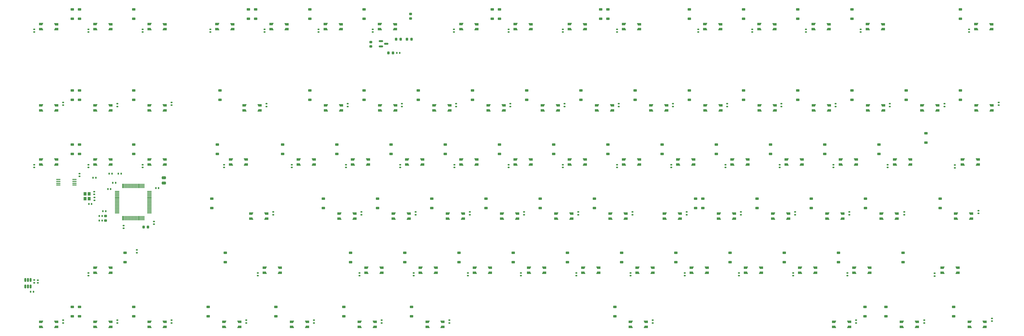
<source format=gtp>
%TF.GenerationSoftware,KiCad,Pcbnew,(7.0.0)*%
%TF.CreationDate,2023-06-19T20:50:28+08:00*%
%TF.ProjectId,87keyboard,38376b65-7962-46f6-9172-642e6b696361,rev?*%
%TF.SameCoordinates,Original*%
%TF.FileFunction,Paste,Top*%
%TF.FilePolarity,Positive*%
%FSLAX46Y46*%
G04 Gerber Fmt 4.6, Leading zero omitted, Abs format (unit mm)*
G04 Created by KiCad (PCBNEW (7.0.0)) date 2023-06-19 20:50:28*
%MOMM*%
%LPD*%
G01*
G04 APERTURE LIST*
G04 Aperture macros list*
%AMRoundRect*
0 Rectangle with rounded corners*
0 $1 Rounding radius*
0 $2 $3 $4 $5 $6 $7 $8 $9 X,Y pos of 4 corners*
0 Add a 4 corners polygon primitive as box body*
4,1,4,$2,$3,$4,$5,$6,$7,$8,$9,$2,$3,0*
0 Add four circle primitives for the rounded corners*
1,1,$1+$1,$2,$3*
1,1,$1+$1,$4,$5*
1,1,$1+$1,$6,$7*
1,1,$1+$1,$8,$9*
0 Add four rect primitives between the rounded corners*
20,1,$1+$1,$2,$3,$4,$5,0*
20,1,$1+$1,$4,$5,$6,$7,0*
20,1,$1+$1,$6,$7,$8,$9,0*
20,1,$1+$1,$8,$9,$2,$3,0*%
%AMFreePoly0*
4,1,47,0.715063,0.420106,0.730902,0.420106,0.743715,0.410796,0.758779,0.405902,0.768088,0.393088,0.780902,0.383779,0.785796,0.368715,0.795106,0.355902,0.795106,0.340063,0.800000,0.325000,0.800000,-0.325000,0.795106,-0.340063,0.795106,-0.355902,0.785796,-0.368715,0.780902,-0.383779,0.768088,-0.393088,0.758779,-0.405902,0.743715,-0.410796,0.730902,-0.420106,0.715063,-0.420106,
0.700000,-0.425000,-0.300000,-0.425000,-0.310000,-0.425000,-0.338831,-0.415632,-0.367787,-0.406613,-0.368169,-0.406100,-0.368779,-0.405902,-0.386612,-0.381355,-0.404722,-0.357060,-0.512619,-0.038273,-0.669717,0.280832,-0.670770,0.288130,-0.675106,0.294098,-0.675106,0.318173,-0.678545,0.342002,-0.675106,0.348528,-0.675106,0.355902,-0.660955,0.375379,-0.649731,0.396677,-0.643114,0.399934,
-0.638779,0.405902,-0.615879,0.413342,-0.594282,0.423975,-0.587013,0.422721,-0.580000,0.425000,0.700000,0.425000,0.715063,0.420106,0.715063,0.420106,$1*%
%AMFreePoly1*
4,1,47,0.715063,0.420106,0.730902,0.420106,0.743715,0.410796,0.758779,0.405902,0.768088,0.393088,0.780902,0.383779,0.785796,0.368715,0.795106,0.355902,0.795106,0.340063,0.800000,0.325000,0.800000,-0.325000,0.795106,-0.340063,0.795106,-0.355902,0.785796,-0.368715,0.780902,-0.383779,0.768088,-0.393088,0.758779,-0.405902,0.743715,-0.410796,0.730902,-0.420106,0.715063,-0.420106,
0.700000,-0.425000,-0.300000,-0.425000,-0.580000,-0.425000,-0.587013,-0.422721,-0.594282,-0.423975,-0.615879,-0.413342,-0.638779,-0.405902,-0.643114,-0.399934,-0.649731,-0.396677,-0.660955,-0.375379,-0.675106,-0.355902,-0.675106,-0.348528,-0.678545,-0.342002,-0.675106,-0.318173,-0.675106,-0.294098,-0.670770,-0.288130,-0.669717,-0.280832,-0.512619,0.038273,-0.404722,0.357060,-0.386612,0.381355,
-0.368779,0.405902,-0.368169,0.406100,-0.367787,0.406613,-0.338831,0.415632,-0.310000,0.425000,0.700000,0.425000,0.715063,0.420106,0.715063,0.420106,$1*%
%AMFreePoly2*
4,1,47,0.338831,0.415632,0.367787,0.406613,0.368169,0.406100,0.368779,0.405902,0.386612,0.381355,0.404722,0.357060,0.512618,0.038275,0.669717,-0.280832,0.670770,-0.288130,0.675106,-0.294098,0.675106,-0.318173,0.678545,-0.342002,0.675106,-0.348528,0.675106,-0.355902,0.660955,-0.375379,0.649731,-0.396677,0.643114,-0.399934,0.638779,-0.405902,0.615879,-0.413342,0.594282,-0.423975,
0.587013,-0.422721,0.580000,-0.425000,-0.300000,-0.425000,-0.700000,-0.425000,-0.715063,-0.420106,-0.730902,-0.420106,-0.743715,-0.410796,-0.758779,-0.405902,-0.768088,-0.393088,-0.780902,-0.383779,-0.785796,-0.368715,-0.795106,-0.355902,-0.795106,-0.340063,-0.800000,-0.325000,-0.800000,0.325000,-0.795106,0.340063,-0.795106,0.355902,-0.785796,0.368715,-0.780902,0.383779,-0.768088,0.393088,
-0.758779,0.405902,-0.743715,0.410796,-0.730902,0.420106,-0.715063,0.420106,-0.700000,0.425000,0.310000,0.425000,0.338831,0.415632,0.338831,0.415632,$1*%
%AMFreePoly3*
4,1,47,0.587013,0.422721,0.594282,0.423975,0.615879,0.413342,0.638779,0.405902,0.643114,0.399934,0.649731,0.396677,0.660955,0.375379,0.675106,0.355902,0.675106,0.348528,0.678545,0.342002,0.675106,0.318173,0.675106,0.294098,0.670770,0.288130,0.669717,0.280832,0.512618,-0.038275,0.404722,-0.357060,0.386612,-0.381355,0.368779,-0.405902,0.368169,-0.406100,0.367787,-0.406613,
0.338831,-0.415632,0.310000,-0.425000,-0.300000,-0.425000,-0.700000,-0.425000,-0.715063,-0.420106,-0.730902,-0.420106,-0.743715,-0.410796,-0.758779,-0.405902,-0.768088,-0.393088,-0.780902,-0.383779,-0.785796,-0.368715,-0.795106,-0.355902,-0.795106,-0.340063,-0.800000,-0.325000,-0.800000,0.325000,-0.795106,0.340063,-0.795106,0.355902,-0.785796,0.368715,-0.780902,0.383779,-0.768088,0.393088,
-0.758779,0.405902,-0.743715,0.410796,-0.730902,0.420106,-0.715063,0.420106,-0.700000,0.425000,0.580000,0.425000,0.587013,0.422721,0.587013,0.422721,$1*%
G04 Aperture macros list end*
%ADD10FreePoly0,180.000000*%
%ADD11FreePoly1,180.000000*%
%ADD12FreePoly2,180.000000*%
%ADD13FreePoly3,180.000000*%
%ADD14FreePoly0,0.000000*%
%ADD15FreePoly1,0.000000*%
%ADD16FreePoly2,0.000000*%
%ADD17FreePoly3,0.000000*%
%ADD18RoundRect,0.100000X-0.637500X-0.100000X0.637500X-0.100000X0.637500X0.100000X-0.637500X0.100000X0*%
%ADD19RoundRect,0.140000X0.170000X-0.140000X0.170000X0.140000X-0.170000X0.140000X-0.170000X-0.140000X0*%
%ADD20RoundRect,0.140000X-0.170000X0.140000X-0.170000X-0.140000X0.170000X-0.140000X0.170000X0.140000X0*%
%ADD21RoundRect,0.225000X0.375000X-0.225000X0.375000X0.225000X-0.375000X0.225000X-0.375000X-0.225000X0*%
%ADD22RoundRect,0.225000X-0.225000X-0.250000X0.225000X-0.250000X0.225000X0.250000X-0.225000X0.250000X0*%
%ADD23RoundRect,0.218750X-0.256250X0.218750X-0.256250X-0.218750X0.256250X-0.218750X0.256250X0.218750X0*%
%ADD24RoundRect,0.140000X0.140000X0.170000X-0.140000X0.170000X-0.140000X-0.170000X0.140000X-0.170000X0*%
%ADD25RoundRect,0.135000X-0.185000X0.135000X-0.185000X-0.135000X0.185000X-0.135000X0.185000X0.135000X0*%
%ADD26RoundRect,0.075000X-0.700000X-0.075000X0.700000X-0.075000X0.700000X0.075000X-0.700000X0.075000X0*%
%ADD27RoundRect,0.075000X-0.075000X-0.700000X0.075000X-0.700000X0.075000X0.700000X-0.075000X0.700000X0*%
%ADD28RoundRect,0.150000X-0.150000X0.512500X-0.150000X-0.512500X0.150000X-0.512500X0.150000X0.512500X0*%
%ADD29RoundRect,0.218750X0.218750X0.256250X-0.218750X0.256250X-0.218750X-0.256250X0.218750X-0.256250X0*%
%ADD30RoundRect,0.135000X-0.135000X-0.185000X0.135000X-0.185000X0.135000X0.185000X-0.135000X0.185000X0*%
%ADD31RoundRect,0.150000X-0.587500X-0.150000X0.587500X-0.150000X0.587500X0.150000X-0.587500X0.150000X0*%
%ADD32RoundRect,0.135000X0.135000X0.185000X-0.135000X0.185000X-0.135000X-0.185000X0.135000X-0.185000X0*%
%ADD33RoundRect,0.140000X-0.140000X-0.170000X0.140000X-0.170000X0.140000X0.170000X-0.140000X0.170000X0*%
%ADD34RoundRect,0.250000X0.475000X-0.250000X0.475000X0.250000X-0.475000X0.250000X-0.475000X-0.250000X0*%
%ADD35RoundRect,0.135000X0.185000X-0.135000X0.185000X0.135000X-0.185000X0.135000X-0.185000X-0.135000X0*%
%ADD36RoundRect,0.225000X0.250000X-0.225000X0.250000X0.225000X-0.250000X0.225000X-0.250000X-0.225000X0*%
%ADD37R,1.000000X1.150000*%
G04 APERTURE END LIST*
D10*
%TO.C,D107*%
X280895900Y-75170000D03*
D11*
X280895900Y-73416400D03*
D12*
X286133700Y-73420000D03*
D13*
X286133700Y-75173600D03*
%TD*%
D10*
%TO.C,D169*%
X38008400Y-75170000D03*
D11*
X38008400Y-73416400D03*
D12*
X43246200Y-73420000D03*
D13*
X43246200Y-75173600D03*
%TD*%
D14*
%TO.C,D106*%
X295684100Y-54370000D03*
D15*
X295684100Y-56123600D03*
D16*
X290446300Y-56120000D03*
D17*
X290446300Y-54366400D03*
%TD*%
D10*
%TO.C,D117*%
X242795900Y-75170000D03*
D11*
X242795900Y-73416400D03*
D12*
X248033700Y-73420000D03*
D13*
X248033700Y-75173600D03*
%TD*%
D14*
%TO.C,D124*%
X224246600Y-92470000D03*
D15*
X224246600Y-94223600D03*
D16*
X219008800Y-94220000D03*
D17*
X219008800Y-92466400D03*
%TD*%
D10*
%TO.C,D159*%
X85633400Y-75170000D03*
D11*
X85633400Y-73416400D03*
D12*
X90871200Y-73420000D03*
D13*
X90871200Y-75173600D03*
%TD*%
D10*
%TO.C,D150*%
X128495900Y-75170000D03*
D11*
X128495900Y-73416400D03*
D12*
X133733700Y-73420000D03*
D13*
X133733700Y-75173600D03*
%TD*%
D14*
%TO.C,D97*%
X319496600Y-92470000D03*
D15*
X319496600Y-94223600D03*
D16*
X314258800Y-94220000D03*
D17*
X314258800Y-92466400D03*
%TD*%
D10*
%TO.C,D126*%
X204695900Y-27545000D03*
D11*
X204695900Y-25791400D03*
D12*
X209933700Y-25795000D03*
D13*
X209933700Y-27548600D03*
%TD*%
D10*
%TO.C,D96*%
X318995900Y-75170000D03*
D11*
X318995900Y-73416400D03*
D12*
X324233700Y-73420000D03*
D13*
X324233700Y-75173600D03*
%TD*%
D10*
%TO.C,D152*%
X133258400Y-113270000D03*
D11*
X133258400Y-111516400D03*
D12*
X138496200Y-111520000D03*
D13*
X138496200Y-113273600D03*
%TD*%
D10*
%TO.C,D135*%
X190408400Y-113270000D03*
D11*
X190408400Y-111516400D03*
D12*
X195646200Y-111520000D03*
D13*
X195646200Y-113273600D03*
%TD*%
D14*
%TO.C,D145*%
X148046600Y-92470000D03*
D15*
X148046600Y-94223600D03*
D16*
X142808800Y-94220000D03*
D17*
X142808800Y-92466400D03*
%TD*%
D10*
%TO.C,D133*%
X185645900Y-75170000D03*
D11*
X185645900Y-73416400D03*
D12*
X190883700Y-73420000D03*
D13*
X190883700Y-75173600D03*
%TD*%
D14*
%TO.C,D104*%
X302827850Y-130570000D03*
D15*
X302827850Y-132323600D03*
D16*
X297590050Y-132320000D03*
D17*
X297590050Y-130566400D03*
%TD*%
D14*
%TO.C,D175*%
X24221600Y-130570000D03*
D15*
X24221600Y-132323600D03*
D16*
X18983800Y-132320000D03*
D17*
X18983800Y-130566400D03*
%TD*%
D14*
%TO.C,D151*%
X128996600Y-92470000D03*
D15*
X128996600Y-94223600D03*
D16*
X123758800Y-94220000D03*
D17*
X123758800Y-92466400D03*
%TD*%
D10*
%TO.C,D170*%
X38008400Y-113270000D03*
D11*
X38008400Y-111516400D03*
D12*
X43246200Y-111520000D03*
D13*
X43246200Y-113273600D03*
%TD*%
D14*
%TO.C,D116*%
X257584100Y-54370000D03*
D15*
X257584100Y-56123600D03*
D16*
X252346300Y-56120000D03*
D17*
X252346300Y-54366400D03*
%TD*%
D14*
%TO.C,D166*%
X62321600Y-130570000D03*
D15*
X62321600Y-132323600D03*
D16*
X57083800Y-132320000D03*
D17*
X57083800Y-130566400D03*
%TD*%
D10*
%TO.C,D154*%
X99920900Y-27545000D03*
D11*
X99920900Y-25791400D03*
D12*
X105158700Y-25795000D03*
D13*
X105158700Y-27548600D03*
%TD*%
D14*
%TO.C,D113*%
X262346600Y-92470000D03*
D15*
X262346600Y-94223600D03*
D16*
X257108800Y-94220000D03*
D17*
X257108800Y-92466400D03*
%TD*%
D10*
%TO.C,D130*%
X209458400Y-113270000D03*
D11*
X209458400Y-111516400D03*
D12*
X214696200Y-111520000D03*
D13*
X214696200Y-113273600D03*
%TD*%
D14*
%TO.C,D139*%
X167096600Y-92470000D03*
D15*
X167096600Y-94223600D03*
D16*
X161858800Y-94220000D03*
D17*
X161858800Y-92466400D03*
%TD*%
D10*
%TO.C,D109*%
X285658400Y-113270000D03*
D11*
X285658400Y-111516400D03*
D12*
X290896200Y-111520000D03*
D13*
X290896200Y-113273600D03*
%TD*%
D10*
%TO.C,D138*%
X166595900Y-75170000D03*
D11*
X166595900Y-73416400D03*
D12*
X171833700Y-73420000D03*
D13*
X171833700Y-75173600D03*
%TD*%
D10*
%TO.C,D142*%
X138020900Y-27545000D03*
D11*
X138020900Y-25791400D03*
D12*
X143258700Y-25795000D03*
D13*
X143258700Y-27548600D03*
%TD*%
D14*
%TO.C,D100*%
X314734100Y-54370000D03*
D15*
X314734100Y-56123600D03*
D16*
X309496300Y-56120000D03*
D17*
X309496300Y-54366400D03*
%TD*%
D10*
%TO.C,D140*%
X171358400Y-113270000D03*
D11*
X171358400Y-111516400D03*
D12*
X176596200Y-111520000D03*
D13*
X176596200Y-113273600D03*
%TD*%
D14*
%TO.C,D94*%
X350452850Y-130570000D03*
D15*
X350452850Y-132323600D03*
D16*
X345215050Y-132320000D03*
D17*
X345215050Y-130566400D03*
%TD*%
D10*
%TO.C,D123*%
X223745900Y-75170000D03*
D11*
X223745900Y-73416400D03*
D12*
X228983700Y-73420000D03*
D13*
X228983700Y-75173600D03*
%TD*%
D14*
%TO.C,D127*%
X219484100Y-54370000D03*
D15*
X219484100Y-56123600D03*
D16*
X214246300Y-56120000D03*
D17*
X214246300Y-54366400D03*
%TD*%
D14*
%TO.C,D98*%
X326640350Y-130570000D03*
D15*
X326640350Y-132323600D03*
D16*
X321402550Y-132320000D03*
D17*
X321402550Y-130566400D03*
%TD*%
D14*
%TO.C,D137*%
X181384100Y-54370000D03*
D15*
X181384100Y-56123600D03*
D16*
X176146300Y-56120000D03*
D17*
X176146300Y-54366400D03*
%TD*%
D14*
%TO.C,D92*%
X345690350Y-92470000D03*
D15*
X345690350Y-94223600D03*
D16*
X340452550Y-94220000D03*
D17*
X340452550Y-92466400D03*
%TD*%
D10*
%TO.C,D89*%
X347570900Y-27545000D03*
D11*
X347570900Y-25791400D03*
D12*
X352808700Y-25795000D03*
D13*
X352808700Y-27548600D03*
%TD*%
D10*
%TO.C,D148*%
X118970900Y-27545000D03*
D11*
X118970900Y-25791400D03*
D12*
X124208700Y-25795000D03*
D13*
X124208700Y-27548600D03*
%TD*%
D14*
%TO.C,D120*%
X231390350Y-130570000D03*
D15*
X231390350Y-132323600D03*
D16*
X226152550Y-132320000D03*
D17*
X226152550Y-130566400D03*
%TD*%
D10*
%TO.C,D128*%
X204695900Y-75170000D03*
D11*
X204695900Y-73416400D03*
D12*
X209933700Y-73420000D03*
D13*
X209933700Y-75173600D03*
%TD*%
D14*
%TO.C,D108*%
X281396600Y-92470000D03*
D15*
X281396600Y-94223600D03*
D16*
X276158800Y-94220000D03*
D17*
X276158800Y-92466400D03*
%TD*%
D14*
%TO.C,D160*%
X98040350Y-92470000D03*
D15*
X98040350Y-94223600D03*
D16*
X92802550Y-94220000D03*
D17*
X92802550Y-92466400D03*
%TD*%
D14*
%TO.C,D147*%
X136140350Y-130570000D03*
D15*
X136140350Y-132323600D03*
D16*
X130902550Y-132320000D03*
D17*
X130902550Y-130566400D03*
%TD*%
D10*
%TO.C,D93*%
X335664650Y-113270000D03*
D11*
X335664650Y-111516400D03*
D12*
X340902450Y-111520000D03*
D13*
X340902450Y-113273600D03*
%TD*%
D10*
%TO.C,D167*%
X38008400Y-27545000D03*
D11*
X38008400Y-25791400D03*
D12*
X43246200Y-25795000D03*
D13*
X43246200Y-27548600D03*
%TD*%
D14*
%TO.C,D111*%
X276634100Y-54370000D03*
D15*
X276634100Y-56123600D03*
D16*
X271396300Y-56120000D03*
D17*
X271396300Y-54366400D03*
%TD*%
D14*
%TO.C,D134*%
X186146600Y-92470000D03*
D15*
X186146600Y-94223600D03*
D16*
X180908800Y-94220000D03*
D17*
X180908800Y-92466400D03*
%TD*%
D10*
%TO.C,D144*%
X147545900Y-75170000D03*
D11*
X147545900Y-73416400D03*
D12*
X152783700Y-73420000D03*
D13*
X152783700Y-75173600D03*
%TD*%
D14*
%TO.C,D168*%
X43271600Y-54370000D03*
D15*
X43271600Y-56123600D03*
D16*
X38033800Y-56120000D03*
D17*
X38033800Y-54366400D03*
%TD*%
D10*
%TO.C,D161*%
X97539650Y-113270000D03*
D11*
X97539650Y-111516400D03*
D12*
X102777450Y-111520000D03*
D13*
X102777450Y-113273600D03*
%TD*%
D14*
%TO.C,D149*%
X143284100Y-54370000D03*
D15*
X143284100Y-56123600D03*
D16*
X138046300Y-56120000D03*
D17*
X138046300Y-54366400D03*
%TD*%
D14*
%TO.C,D102*%
X300446600Y-92470000D03*
D15*
X300446600Y-94223600D03*
D16*
X295208800Y-94220000D03*
D17*
X295208800Y-92466400D03*
%TD*%
D10*
%TO.C,D146*%
X152308400Y-113270000D03*
D11*
X152308400Y-111516400D03*
D12*
X157546200Y-111520000D03*
D13*
X157546200Y-113273600D03*
%TD*%
D14*
%TO.C,D162*%
X88515350Y-130570000D03*
D15*
X88515350Y-132323600D03*
D16*
X83277550Y-132320000D03*
D17*
X83277550Y-130566400D03*
%TD*%
D14*
%TO.C,D122*%
X238534100Y-54370000D03*
D15*
X238534100Y-56123600D03*
D16*
X233296300Y-56120000D03*
D17*
X233296300Y-54366400D03*
%TD*%
D10*
%TO.C,D174*%
X18958400Y-75170000D03*
D11*
X18958400Y-73416400D03*
D12*
X24196200Y-73420000D03*
D13*
X24196200Y-75173600D03*
%TD*%
D10*
%TO.C,D119*%
X247558400Y-113270000D03*
D11*
X247558400Y-111516400D03*
D12*
X252796200Y-111520000D03*
D13*
X252796200Y-113273600D03*
%TD*%
D10*
%TO.C,D156*%
X109445900Y-75170000D03*
D11*
X109445900Y-73416400D03*
D12*
X114683700Y-73420000D03*
D13*
X114683700Y-75173600D03*
%TD*%
D10*
%TO.C,D121*%
X223745900Y-27545000D03*
D11*
X223745900Y-25791400D03*
D12*
X228983700Y-25795000D03*
D13*
X228983700Y-27548600D03*
%TD*%
D10*
%TO.C,D165*%
X57058400Y-75170000D03*
D11*
X57058400Y-73416400D03*
D12*
X62296200Y-73420000D03*
D13*
X62296200Y-75173600D03*
%TD*%
D14*
%TO.C,D141*%
X159952850Y-130570000D03*
D15*
X159952850Y-132323600D03*
D16*
X154715050Y-132320000D03*
D17*
X154715050Y-130566400D03*
%TD*%
D10*
%TO.C,D136*%
X166595900Y-27545000D03*
D11*
X166595900Y-25791400D03*
D12*
X171833700Y-25795000D03*
D13*
X171833700Y-27548600D03*
%TD*%
D10*
%TO.C,D110*%
X271370900Y-27545000D03*
D11*
X271370900Y-25791400D03*
D12*
X276608700Y-25795000D03*
D13*
X276608700Y-27548600D03*
%TD*%
D14*
%TO.C,D164*%
X62321600Y-54370000D03*
D15*
X62321600Y-56123600D03*
D16*
X57083800Y-56120000D03*
D17*
X57083800Y-54366400D03*
%TD*%
D14*
%TO.C,D143*%
X162334100Y-54370000D03*
D15*
X162334100Y-56123600D03*
D16*
X157096300Y-56120000D03*
D17*
X157096300Y-54366400D03*
%TD*%
D10*
%TO.C,D112*%
X261845900Y-75170000D03*
D11*
X261845900Y-73416400D03*
D12*
X267083700Y-73420000D03*
D13*
X267083700Y-75173600D03*
%TD*%
D10*
%TO.C,D101*%
X299945900Y-75170000D03*
D11*
X299945900Y-73416400D03*
D12*
X305183700Y-73420000D03*
D13*
X305183700Y-75173600D03*
%TD*%
D14*
%TO.C,D155*%
X124234100Y-54370000D03*
D15*
X124234100Y-56123600D03*
D16*
X118996300Y-56120000D03*
D17*
X118996300Y-54366400D03*
%TD*%
D14*
%TO.C,D173*%
X24221600Y-54370000D03*
D15*
X24221600Y-56123600D03*
D16*
X18983800Y-56120000D03*
D17*
X18983800Y-54366400D03*
%TD*%
D10*
%TO.C,D99*%
X309470900Y-27545000D03*
D11*
X309470900Y-25791400D03*
D12*
X314708700Y-25795000D03*
D13*
X314708700Y-27548600D03*
%TD*%
D10*
%TO.C,D103*%
X304708400Y-113270000D03*
D11*
X304708400Y-111516400D03*
D12*
X309946200Y-111520000D03*
D13*
X309946200Y-113273600D03*
%TD*%
D10*
%TO.C,D91*%
X342808400Y-75170000D03*
D11*
X342808400Y-73416400D03*
D12*
X348046200Y-73420000D03*
D13*
X348046200Y-75173600D03*
%TD*%
D10*
%TO.C,D172*%
X18958400Y-27545000D03*
D11*
X18958400Y-25791400D03*
D12*
X24196200Y-25795000D03*
D13*
X24196200Y-27548600D03*
%TD*%
D10*
%TO.C,D115*%
X252320900Y-27545000D03*
D11*
X252320900Y-25791400D03*
D12*
X257558700Y-25795000D03*
D13*
X257558700Y-27548600D03*
%TD*%
D14*
%TO.C,D171*%
X43271600Y-130570000D03*
D15*
X43271600Y-132323600D03*
D16*
X38033800Y-132320000D03*
D17*
X38033800Y-130566400D03*
%TD*%
D14*
%TO.C,D132*%
X200434100Y-54370000D03*
D15*
X200434100Y-56123600D03*
D16*
X195196300Y-56120000D03*
D17*
X195196300Y-54366400D03*
%TD*%
D10*
%TO.C,D157*%
X80870900Y-27545000D03*
D11*
X80870900Y-25791400D03*
D12*
X86108700Y-25795000D03*
D13*
X86108700Y-27548600D03*
%TD*%
D10*
%TO.C,D131*%
X185645900Y-27545000D03*
D11*
X185645900Y-25791400D03*
D12*
X190883700Y-25795000D03*
D13*
X190883700Y-27548600D03*
%TD*%
D14*
%TO.C,D153*%
X112327850Y-130570000D03*
D15*
X112327850Y-132323600D03*
D16*
X107090050Y-132320000D03*
D17*
X107090050Y-130566400D03*
%TD*%
D14*
%TO.C,D95*%
X333784100Y-54370000D03*
D15*
X333784100Y-56123600D03*
D16*
X328546300Y-56120000D03*
D17*
X328546300Y-54366400D03*
%TD*%
D10*
%TO.C,D163*%
X57058400Y-27545000D03*
D11*
X57058400Y-25791400D03*
D12*
X62296200Y-25795000D03*
D13*
X62296200Y-27548600D03*
%TD*%
D10*
%TO.C,D125*%
X228508400Y-113270000D03*
D11*
X228508400Y-111516400D03*
D12*
X233746200Y-111520000D03*
D13*
X233746200Y-113273600D03*
%TD*%
D14*
%TO.C,D129*%
X205196600Y-92470000D03*
D15*
X205196600Y-94223600D03*
D16*
X199958800Y-94220000D03*
D17*
X199958800Y-92466400D03*
%TD*%
D10*
%TO.C,D105*%
X290420900Y-27545000D03*
D11*
X290420900Y-25791400D03*
D12*
X295658700Y-25795000D03*
D13*
X295658700Y-27548600D03*
%TD*%
D14*
%TO.C,D158*%
X95659100Y-54370000D03*
D15*
X95659100Y-56123600D03*
D16*
X90421300Y-56120000D03*
D17*
X90421300Y-54366400D03*
%TD*%
D14*
%TO.C,D118*%
X243296600Y-92470000D03*
D15*
X243296600Y-94223600D03*
D16*
X238058800Y-94220000D03*
D17*
X238058800Y-92466400D03*
%TD*%
D14*
%TO.C,D90*%
X352834100Y-54370000D03*
D15*
X352834100Y-56123600D03*
D16*
X347596300Y-56120000D03*
D17*
X347596300Y-54366400D03*
%TD*%
D10*
%TO.C,D114*%
X266608400Y-113270000D03*
D11*
X266608400Y-111516400D03*
D12*
X271846200Y-111520000D03*
D13*
X271846200Y-113273600D03*
%TD*%
D18*
%TO.C,U4*%
X24918750Y-80463750D03*
X24918750Y-81113750D03*
X24918750Y-81763750D03*
X24918750Y-82413750D03*
X30643750Y-82413750D03*
X30643750Y-81763750D03*
X30643750Y-81113750D03*
X30643750Y-80463750D03*
%TD*%
D19*
%TO.C,C47*%
X245745000Y-92872500D03*
X245745000Y-91912500D03*
%TD*%
D20*
%TO.C,C101*%
X16510000Y-27618750D03*
X16510000Y-28578750D03*
%TD*%
D19*
%TO.C,C40*%
X279082500Y-54772500D03*
X279082500Y-53812500D03*
%TD*%
D21*
%TO.C,D55*%
X132397500Y-23875000D03*
X132397500Y-20575000D03*
%TD*%
%TO.C,D8*%
X322897500Y-52450000D03*
X322897500Y-49150000D03*
%TD*%
D22*
%TO.C,C1*%
X147497500Y-31115000D03*
X149047500Y-31115000D03*
%TD*%
D20*
%TO.C,C48*%
X245110000Y-113343750D03*
X245110000Y-114303750D03*
%TD*%
D21*
%TO.C,D73*%
X78898750Y-90550000D03*
X78898750Y-87250000D03*
%TD*%
%TO.C,D16*%
X299085000Y-109600000D03*
X299085000Y-106300000D03*
%TD*%
D19*
%TO.C,C19*%
X355441250Y-54296250D03*
X355441250Y-53336250D03*
%TD*%
D21*
%TO.C,D71*%
X81756250Y-52450000D03*
X81756250Y-49150000D03*
%TD*%
%TO.C,D9*%
X313372500Y-71500000D03*
X313372500Y-68200000D03*
%TD*%
%TO.C,D40*%
X208597500Y-52450000D03*
X208597500Y-49150000D03*
%TD*%
%TO.C,D5*%
X334803750Y-90550000D03*
X334803750Y-87250000D03*
%TD*%
%TO.C,D86*%
X29845000Y-52450000D03*
X29845000Y-49150000D03*
%TD*%
D19*
%TO.C,C97*%
X45720000Y-54772500D03*
X45720000Y-53812500D03*
%TD*%
D23*
%TO.C,FB1*%
X148748750Y-22231250D03*
X148748750Y-23806250D03*
%TD*%
D20*
%TO.C,C11*%
X47942500Y-96675000D03*
X47942500Y-97635000D03*
%TD*%
D21*
%TO.C,D3*%
X341947500Y-52450000D03*
X341947500Y-49150000D03*
%TD*%
D20*
%TO.C,C94*%
X54610000Y-75243750D03*
X54610000Y-76203750D03*
%TD*%
D19*
%TO.C,C84*%
X126682500Y-54772500D03*
X126682500Y-53812500D03*
%TD*%
D21*
%TO.C,D34*%
X218122500Y-23875000D03*
X218122500Y-20575000D03*
%TD*%
D24*
%TO.C,C12*%
X41596250Y-91598750D03*
X40636250Y-91598750D03*
%TD*%
D25*
%TO.C,R5*%
X16510000Y-115853750D03*
X16510000Y-116873750D03*
%TD*%
D21*
%TO.C,D33*%
X220503750Y-128650000D03*
X220503750Y-125350000D03*
%TD*%
%TO.C,D29*%
X246697500Y-52450000D03*
X246697500Y-49150000D03*
%TD*%
D26*
%TO.C,U3*%
X45601250Y-84673750D03*
X45601250Y-85173750D03*
X45601250Y-85673750D03*
X45601250Y-86173750D03*
X45601250Y-86673750D03*
X45601250Y-87173750D03*
X45601250Y-87673750D03*
X45601250Y-88173750D03*
X45601250Y-88673750D03*
X45601250Y-89173750D03*
X45601250Y-89673750D03*
X45601250Y-90173750D03*
X45601250Y-90673750D03*
X45601250Y-91173750D03*
X45601250Y-91673750D03*
X45601250Y-92173750D03*
D27*
X47526250Y-94098750D03*
X48026250Y-94098750D03*
X48526250Y-94098750D03*
X49026250Y-94098750D03*
X49526250Y-94098750D03*
X50026250Y-94098750D03*
X50526250Y-94098750D03*
X51026250Y-94098750D03*
X51526250Y-94098750D03*
X52026250Y-94098750D03*
X52526250Y-94098750D03*
X53026250Y-94098750D03*
X53526250Y-94098750D03*
X54026250Y-94098750D03*
X54526250Y-94098750D03*
X55026250Y-94098750D03*
D26*
X56951250Y-92173750D03*
X56951250Y-91673750D03*
X56951250Y-91173750D03*
X56951250Y-90673750D03*
X56951250Y-90173750D03*
X56951250Y-89673750D03*
X56951250Y-89173750D03*
X56951250Y-88673750D03*
X56951250Y-88173750D03*
X56951250Y-87673750D03*
X56951250Y-87173750D03*
X56951250Y-86673750D03*
X56951250Y-86173750D03*
X56951250Y-85673750D03*
X56951250Y-85173750D03*
X56951250Y-84673750D03*
D27*
X55026250Y-82748750D03*
X54526250Y-82748750D03*
X54026250Y-82748750D03*
X53526250Y-82748750D03*
X53026250Y-82748750D03*
X52526250Y-82748750D03*
X52026250Y-82748750D03*
X51526250Y-82748750D03*
X51026250Y-82748750D03*
X50526250Y-82748750D03*
X50026250Y-82748750D03*
X49526250Y-82748750D03*
X49026250Y-82748750D03*
X48526250Y-82748750D03*
X48026250Y-82748750D03*
X47526250Y-82748750D03*
%TD*%
D21*
%TO.C,D87*%
X29845000Y-71500000D03*
X29845000Y-68200000D03*
%TD*%
D19*
%TO.C,C37*%
X283845000Y-92872500D03*
X283845000Y-91912500D03*
%TD*%
D21*
%TO.C,D81*%
X32385000Y-52450000D03*
X32385000Y-49150000D03*
%TD*%
D19*
%TO.C,C87*%
X98107500Y-54772500D03*
X98107500Y-53812500D03*
%TD*%
%TO.C,C68*%
X169545000Y-92872500D03*
X169545000Y-91912500D03*
%TD*%
D24*
%TO.C,C7*%
X36675000Y-89058750D03*
X35715000Y-89058750D03*
%TD*%
D20*
%TO.C,C86*%
X78422500Y-27618750D03*
X78422500Y-28578750D03*
%TD*%
D21*
%TO.C,D59*%
X146685000Y-109600000D03*
X146685000Y-106300000D03*
%TD*%
D20*
%TO.C,C59*%
X207010000Y-113343750D03*
X207010000Y-114303750D03*
%TD*%
D21*
%TO.C,D58*%
X137160000Y-90550000D03*
X137160000Y-87250000D03*
%TD*%
%TO.C,D18*%
X284797500Y-23875000D03*
X284797500Y-20575000D03*
%TD*%
%TO.C,D10*%
X308610000Y-90550000D03*
X308610000Y-87250000D03*
%TD*%
D19*
%TO.C,C102*%
X26670000Y-54296250D03*
X26670000Y-53336250D03*
%TD*%
D20*
%TO.C,C64*%
X187483750Y-113343750D03*
X187483750Y-114303750D03*
%TD*%
%TO.C,C73*%
X145097500Y-75243750D03*
X145097500Y-76203750D03*
%TD*%
D28*
%TO.C,U6*%
X15237500Y-115861250D03*
X14287500Y-115861250D03*
X13337500Y-115861250D03*
X13337500Y-118136250D03*
X14287500Y-118136250D03*
X15237500Y-118136250D03*
%TD*%
D20*
%TO.C,C39*%
X268763750Y-27618750D03*
X268763750Y-28578750D03*
%TD*%
D21*
%TO.C,D72*%
X80803750Y-71500000D03*
X80803750Y-68200000D03*
%TD*%
D24*
%TO.C,C9*%
X43342500Y-83820000D03*
X42382500Y-83820000D03*
%TD*%
%TO.C,C10*%
X45088750Y-81597500D03*
X44128750Y-81597500D03*
%TD*%
D20*
%TO.C,C15*%
X32385000Y-78418750D03*
X32385000Y-79378750D03*
%TD*%
D19*
%TO.C,C91*%
X90963750Y-130972500D03*
X90963750Y-130012500D03*
%TD*%
D21*
%TO.C,D69*%
X103822500Y-71500000D03*
X103822500Y-68200000D03*
%TD*%
%TO.C,D64*%
X118110000Y-90550000D03*
X118110000Y-87250000D03*
%TD*%
%TO.C,D74*%
X83661250Y-109600000D03*
X83661250Y-106300000D03*
%TD*%
%TO.C,D83*%
X48418750Y-109600000D03*
X48418750Y-106300000D03*
%TD*%
D20*
%TO.C,C83*%
X97472500Y-27618750D03*
X97472500Y-28578750D03*
%TD*%
D21*
%TO.C,D7*%
X339566250Y-128650000D03*
X339566250Y-125350000D03*
%TD*%
D19*
%TO.C,C95*%
X64770000Y-130972500D03*
X64770000Y-130012500D03*
%TD*%
D20*
%TO.C,C90*%
X95091250Y-113343750D03*
X95091250Y-114303750D03*
%TD*%
D21*
%TO.C,D13*%
X303847500Y-52450000D03*
X303847500Y-49150000D03*
%TD*%
%TO.C,D66*%
X101441250Y-128650000D03*
X101441250Y-125350000D03*
%TD*%
D20*
%TO.C,C60*%
X183197500Y-27618750D03*
X183197500Y-28578750D03*
%TD*%
%TO.C,C92*%
X54610000Y-27618750D03*
X54610000Y-28578750D03*
%TD*%
D21*
%TO.C,D38*%
X222885000Y-109600000D03*
X222885000Y-106300000D03*
%TD*%
%TO.C,D77*%
X51435000Y-52450000D03*
X51435000Y-49150000D03*
%TD*%
%TO.C,D62*%
X132397500Y-52450000D03*
X132397500Y-49150000D03*
%TD*%
D20*
%TO.C,C69*%
X168910000Y-113343750D03*
X168910000Y-114303750D03*
%TD*%
D21*
%TO.C,D45*%
X189547500Y-52450000D03*
X189547500Y-49150000D03*
%TD*%
D29*
%TO.C,D1*%
X142551250Y-35877500D03*
X140976250Y-35877500D03*
%TD*%
D20*
%TO.C,C67*%
X164147500Y-75243750D03*
X164147500Y-76203750D03*
%TD*%
D19*
%TO.C,C72*%
X164782500Y-54772500D03*
X164782500Y-53812500D03*
%TD*%
D21*
%TO.C,D65*%
X127635000Y-109600000D03*
X127635000Y-106300000D03*
%TD*%
D20*
%TO.C,C99*%
X35560000Y-113343750D03*
X35560000Y-114303750D03*
%TD*%
%TO.C,C43*%
X264160000Y-113343750D03*
X264160000Y-114303750D03*
%TD*%
D22*
%TO.C,C105*%
X54915000Y-97190000D03*
X56465000Y-97190000D03*
%TD*%
D19*
%TO.C,C66*%
X183832500Y-54772500D03*
X183832500Y-53812500D03*
%TD*%
D21*
%TO.C,D41*%
X199072500Y-71500000D03*
X199072500Y-68200000D03*
%TD*%
D19*
%TO.C,C27*%
X329247500Y-130972500D03*
X329247500Y-130012500D03*
%TD*%
D21*
%TO.C,D36*%
X218122500Y-71500000D03*
X218122500Y-68200000D03*
%TD*%
D19*
%TO.C,C33*%
X305276250Y-130972500D03*
X305276250Y-130012500D03*
%TD*%
D20*
%TO.C,C50*%
X221297500Y-27618750D03*
X221297500Y-28578750D03*
%TD*%
D19*
%TO.C,C53*%
X226695000Y-92872500D03*
X226695000Y-91912500D03*
%TD*%
D21*
%TO.C,D52*%
X156210000Y-90550000D03*
X156210000Y-87250000D03*
%TD*%
D20*
%TO.C,C88*%
X83185000Y-75243750D03*
X83185000Y-76203750D03*
%TD*%
D19*
%TO.C,C49*%
X233838750Y-130972500D03*
X233838750Y-130012500D03*
%TD*%
D21*
%TO.C,D79*%
X51435000Y-128650000D03*
X51435000Y-125350000D03*
%TD*%
%TO.C,D2*%
X341947500Y-23875000D03*
X341947500Y-20575000D03*
%TD*%
D20*
%TO.C,C36*%
X278447500Y-75243750D03*
X278447500Y-76203750D03*
%TD*%
D21*
%TO.C,D32*%
X241935000Y-109600000D03*
X241935000Y-106300000D03*
%TD*%
D20*
%TO.C,C77*%
X116363750Y-27618750D03*
X116363750Y-28578750D03*
%TD*%
%TO.C,C55*%
X202247500Y-27618750D03*
X202247500Y-28578750D03*
%TD*%
D21*
%TO.C,D24*%
X265747500Y-52450000D03*
X265747500Y-49150000D03*
%TD*%
%TO.C,D63*%
X122872500Y-71500000D03*
X122872500Y-68200000D03*
%TD*%
%TO.C,D17*%
X308451250Y-128650000D03*
X308451250Y-125350000D03*
%TD*%
D20*
%TO.C,C75*%
X149860000Y-113343750D03*
X149860000Y-114303750D03*
%TD*%
%TO.C,C41*%
X259397500Y-75243750D03*
X259397500Y-76203750D03*
%TD*%
D21*
%TO.C,D47*%
X175260000Y-90550000D03*
X175260000Y-87250000D03*
%TD*%
D23*
%TO.C,FB2*%
X41592500Y-93351250D03*
X41592500Y-94926250D03*
%TD*%
D19*
%TO.C,C26*%
X322262500Y-92872500D03*
X322262500Y-91912500D03*
%TD*%
D30*
%TO.C,R4*%
X37113750Y-79851250D03*
X38133750Y-79851250D03*
%TD*%
D20*
%TO.C,C65*%
X163988750Y-27618750D03*
X163988750Y-28578750D03*
%TD*%
D21*
%TO.C,D76*%
X51435000Y-23875000D03*
X51435000Y-20575000D03*
%TD*%
%TO.C,D30*%
X237172500Y-71500000D03*
X237172500Y-68200000D03*
%TD*%
D31*
%TO.C,U1*%
X138286250Y-31752500D03*
X138286250Y-33652500D03*
X140161250Y-32702500D03*
%TD*%
D32*
%TO.C,R8*%
X47023750Y-78422500D03*
X46003750Y-78422500D03*
%TD*%
D20*
%TO.C,C46*%
X240347500Y-75243750D03*
X240347500Y-76203750D03*
%TD*%
%TO.C,C30*%
X297338750Y-75243750D03*
X297338750Y-76203750D03*
%TD*%
D21*
%TO.C,D57*%
X141922500Y-71500000D03*
X141922500Y-68200000D03*
%TD*%
D30*
%TO.C,R3*%
X143952500Y-35877500D03*
X144972500Y-35877500D03*
%TD*%
D21*
%TO.C,D42*%
X194310000Y-90550000D03*
X194310000Y-87250000D03*
%TD*%
D19*
%TO.C,C21*%
X348297500Y-92396250D03*
X348297500Y-91436250D03*
%TD*%
D21*
%TO.C,D51*%
X160972500Y-71500000D03*
X160972500Y-68200000D03*
%TD*%
%TO.C,D44*%
X180022500Y-23875000D03*
X180022500Y-20575000D03*
%TD*%
D19*
%TO.C,C93*%
X64770000Y-54296250D03*
X64770000Y-53336250D03*
%TD*%
D21*
%TO.C,D43*%
X203835000Y-109600000D03*
X203835000Y-106300000D03*
%TD*%
D33*
%TO.C,C8*%
X59210000Y-83502500D03*
X60170000Y-83502500D03*
%TD*%
D19*
%TO.C,C23*%
X353060000Y-130337500D03*
X353060000Y-129377500D03*
%TD*%
D21*
%TO.C,D67*%
X94297500Y-23875000D03*
X94297500Y-20575000D03*
%TD*%
D24*
%TO.C,C14*%
X40326250Y-94932500D03*
X39366250Y-94932500D03*
%TD*%
D20*
%TO.C,C103*%
X16510000Y-75243750D03*
X16510000Y-76203750D03*
%TD*%
D21*
%TO.C,D39*%
X215582500Y-23875000D03*
X215582500Y-20575000D03*
%TD*%
%TO.C,D84*%
X32385000Y-128650000D03*
X32385000Y-125350000D03*
%TD*%
%TO.C,D35*%
X227647500Y-52450000D03*
X227647500Y-49150000D03*
%TD*%
D20*
%TO.C,C57*%
X202247500Y-75243750D03*
X202247500Y-76203750D03*
%TD*%
D19*
%TO.C,C104*%
X26670000Y-130972500D03*
X26670000Y-130012500D03*
%TD*%
%TO.C,C51*%
X240982500Y-54772500D03*
X240982500Y-53812500D03*
%TD*%
D20*
%TO.C,C96*%
X35560000Y-27618750D03*
X35560000Y-28578750D03*
%TD*%
D19*
%TO.C,C2*%
X37610000Y-85728750D03*
X37610000Y-84768750D03*
%TD*%
D20*
%TO.C,C85*%
X106997500Y-75243750D03*
X106997500Y-76203750D03*
%TD*%
%TO.C,C81*%
X130810000Y-113343750D03*
X130810000Y-114303750D03*
%TD*%
D21*
%TO.C,D23*%
X265747500Y-23875000D03*
X265747500Y-20575000D03*
%TD*%
%TO.C,D25*%
X256222500Y-71500000D03*
X256222500Y-68200000D03*
%TD*%
%TO.C,D26*%
X251460000Y-90550000D03*
X251460000Y-87250000D03*
%TD*%
D20*
%TO.C,C71*%
X135413750Y-27618750D03*
X135413750Y-28578750D03*
%TD*%
%TO.C,C18*%
X344963750Y-27618750D03*
X344963750Y-28578750D03*
%TD*%
D19*
%TO.C,C42*%
X264795000Y-92872500D03*
X264795000Y-91912500D03*
%TD*%
D21*
%TO.C,D28*%
X246697500Y-23875000D03*
X246697500Y-20575000D03*
%TD*%
D19*
%TO.C,C78*%
X145732500Y-54772500D03*
X145732500Y-53812500D03*
%TD*%
D20*
%TO.C,C34*%
X287655000Y-27618750D03*
X287655000Y-28578750D03*
%TD*%
D34*
%TO.C,C5*%
X62071250Y-81753750D03*
X62071250Y-79853750D03*
%TD*%
D21*
%TO.C,D6*%
X321786250Y-109600000D03*
X321786250Y-106300000D03*
%TD*%
D19*
%TO.C,C100*%
X45720000Y-130972500D03*
X45720000Y-130012500D03*
%TD*%
D21*
%TO.C,D21*%
X270510000Y-90550000D03*
X270510000Y-87250000D03*
%TD*%
%TO.C,D20*%
X275272500Y-71500000D03*
X275272500Y-68200000D03*
%TD*%
%TO.C,D15*%
X289560000Y-90550000D03*
X289560000Y-87250000D03*
%TD*%
%TO.C,D68*%
X113347500Y-52450000D03*
X113347500Y-49150000D03*
%TD*%
D19*
%TO.C,C89*%
X100488750Y-92872500D03*
X100488750Y-91912500D03*
%TD*%
D20*
%TO.C,C44*%
X249872500Y-27618750D03*
X249872500Y-28578750D03*
%TD*%
D21*
%TO.C,D31*%
X248920000Y-90550000D03*
X248920000Y-87250000D03*
%TD*%
%TO.C,D27*%
X260985000Y-109600000D03*
X260985000Y-106300000D03*
%TD*%
D19*
%TO.C,C76*%
X138588750Y-130972500D03*
X138588750Y-130012500D03*
%TD*%
D20*
%TO.C,C20*%
X340042500Y-75402500D03*
X340042500Y-76362500D03*
%TD*%
D21*
%TO.C,D78*%
X51435000Y-71500000D03*
X51435000Y-68200000D03*
%TD*%
D19*
%TO.C,C29*%
X317182500Y-54772500D03*
X317182500Y-53812500D03*
%TD*%
D21*
%TO.C,D75*%
X77628750Y-128650000D03*
X77628750Y-125350000D03*
%TD*%
D33*
%TO.C,C17*%
X15236250Y-120015000D03*
X16196250Y-120015000D03*
%TD*%
D30*
%TO.C,R7*%
X42828750Y-78422500D03*
X43848750Y-78422500D03*
%TD*%
D19*
%TO.C,C45*%
X260032500Y-54772500D03*
X260032500Y-53812500D03*
%TD*%
D21*
%TO.C,D14*%
X294322500Y-71500000D03*
X294322500Y-68200000D03*
%TD*%
D19*
%TO.C,C31*%
X302895000Y-92872500D03*
X302895000Y-91912500D03*
%TD*%
D21*
%TO.C,D53*%
X165735000Y-109600000D03*
X165735000Y-106300000D03*
%TD*%
D19*
%TO.C,C82*%
X114776250Y-130972500D03*
X114776250Y-130012500D03*
%TD*%
D20*
%TO.C,C98*%
X35560000Y-75243750D03*
X35560000Y-76203750D03*
%TD*%
D21*
%TO.C,D46*%
X180022500Y-71500000D03*
X180022500Y-68200000D03*
%TD*%
%TO.C,D19*%
X284797500Y-52450000D03*
X284797500Y-49150000D03*
%TD*%
D20*
%TO.C,C62*%
X183197500Y-75243750D03*
X183197500Y-76203750D03*
%TD*%
D21*
%TO.C,D61*%
X113347500Y-23875000D03*
X113347500Y-20575000D03*
%TD*%
D19*
%TO.C,C16*%
X17780000Y-116843750D03*
X17780000Y-115883750D03*
%TD*%
D20*
%TO.C,C32*%
X302260000Y-113343750D03*
X302260000Y-114303750D03*
%TD*%
D19*
%TO.C,C58*%
X207645000Y-92872500D03*
X207645000Y-91912500D03*
%TD*%
D20*
%TO.C,C38*%
X283210000Y-113343750D03*
X283210000Y-114303750D03*
%TD*%
D19*
%TO.C,C24*%
X336391250Y-54772500D03*
X336391250Y-53812500D03*
%TD*%
D20*
%TO.C,C52*%
X221297500Y-75243750D03*
X221297500Y-76203750D03*
%TD*%
D21*
%TO.C,D48*%
X184785000Y-109600000D03*
X184785000Y-106300000D03*
%TD*%
D19*
%TO.C,C74*%
X150495000Y-92872500D03*
X150495000Y-91912500D03*
%TD*%
D20*
%TO.C,C6*%
X58578750Y-95246250D03*
X58578750Y-96206250D03*
%TD*%
D19*
%TO.C,C80*%
X131445000Y-92872500D03*
X131445000Y-91912500D03*
%TD*%
D20*
%TO.C,C22*%
X332898750Y-113502500D03*
X332898750Y-114462500D03*
%TD*%
D19*
%TO.C,C70*%
X162401250Y-130972500D03*
X162401250Y-130012500D03*
%TD*%
D21*
%TO.C,D80*%
X32385000Y-23875000D03*
X32385000Y-20575000D03*
%TD*%
D20*
%TO.C,C4*%
X37623750Y-86820000D03*
X37623750Y-87780000D03*
%TD*%
D35*
%TO.C,R6*%
X52580000Y-106300000D03*
X52580000Y-105280000D03*
%TD*%
D21*
%TO.C,D82*%
X32385000Y-71500000D03*
X32385000Y-68200000D03*
%TD*%
D19*
%TO.C,C63*%
X188595000Y-92872500D03*
X188595000Y-91912500D03*
%TD*%
D21*
%TO.C,D85*%
X29845000Y-23875000D03*
X29845000Y-20575000D03*
%TD*%
D36*
%TO.C,C3*%
X134778750Y-33636250D03*
X134778750Y-32086250D03*
%TD*%
D19*
%TO.C,C56*%
X221932500Y-54772500D03*
X221932500Y-53812500D03*
%TD*%
D21*
%TO.C,D49*%
X177482500Y-23875000D03*
X177482500Y-20575000D03*
%TD*%
%TO.C,D54*%
X149066250Y-128650000D03*
X149066250Y-125350000D03*
%TD*%
%TO.C,D50*%
X170497500Y-52450000D03*
X170497500Y-49150000D03*
%TD*%
%TO.C,D60*%
X125253750Y-128650000D03*
X125253750Y-125350000D03*
%TD*%
D20*
%TO.C,C25*%
X316388750Y-75243750D03*
X316388750Y-76203750D03*
%TD*%
D21*
%TO.C,D22*%
X280035000Y-109600000D03*
X280035000Y-106300000D03*
%TD*%
D29*
%TO.C,FB3*%
X145250000Y-31115000D03*
X143675000Y-31115000D03*
%TD*%
D21*
%TO.C,D4*%
X329882500Y-67531250D03*
X329882500Y-64231250D03*
%TD*%
D20*
%TO.C,C79*%
X126047500Y-75243750D03*
X126047500Y-76203750D03*
%TD*%
D24*
%TO.C,C13*%
X40326250Y-93345000D03*
X39366250Y-93345000D03*
%TD*%
D21*
%TO.C,D11*%
X315753750Y-128650000D03*
X315753750Y-125350000D03*
%TD*%
%TO.C,D56*%
X151447500Y-52450000D03*
X151447500Y-49150000D03*
%TD*%
D20*
%TO.C,C54*%
X226060000Y-113343750D03*
X226060000Y-114303750D03*
%TD*%
D21*
%TO.C,D70*%
X91757500Y-23875000D03*
X91757500Y-20575000D03*
%TD*%
D19*
%TO.C,C35*%
X298132500Y-54772500D03*
X298132500Y-53812500D03*
%TD*%
D21*
%TO.C,D12*%
X303847500Y-23875000D03*
X303847500Y-20575000D03*
%TD*%
%TO.C,D88*%
X29845000Y-128650000D03*
X29845000Y-125350000D03*
%TD*%
%TO.C,D37*%
X213360000Y-90550000D03*
X213360000Y-87250000D03*
%TD*%
D20*
%TO.C,C28*%
X306863750Y-27618750D03*
X306863750Y-28578750D03*
%TD*%
D37*
%TO.C,Y1*%
X34383749Y-85484999D03*
X34383749Y-87234999D03*
X35783749Y-87234999D03*
X35783749Y-85484999D03*
%TD*%
D19*
%TO.C,C61*%
X202882500Y-54772500D03*
X202882500Y-53812500D03*
%TD*%
M02*

</source>
